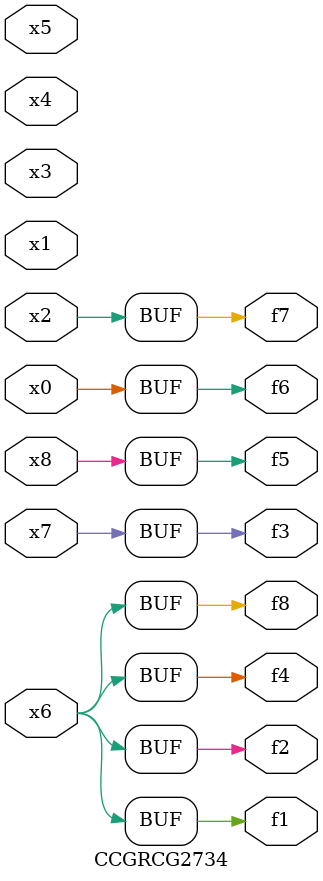
<source format=v>
module CCGRCG2734(
	input x0, x1, x2, x3, x4, x5, x6, x7, x8,
	output f1, f2, f3, f4, f5, f6, f7, f8
);
	assign f1 = x6;
	assign f2 = x6;
	assign f3 = x7;
	assign f4 = x6;
	assign f5 = x8;
	assign f6 = x0;
	assign f7 = x2;
	assign f8 = x6;
endmodule

</source>
